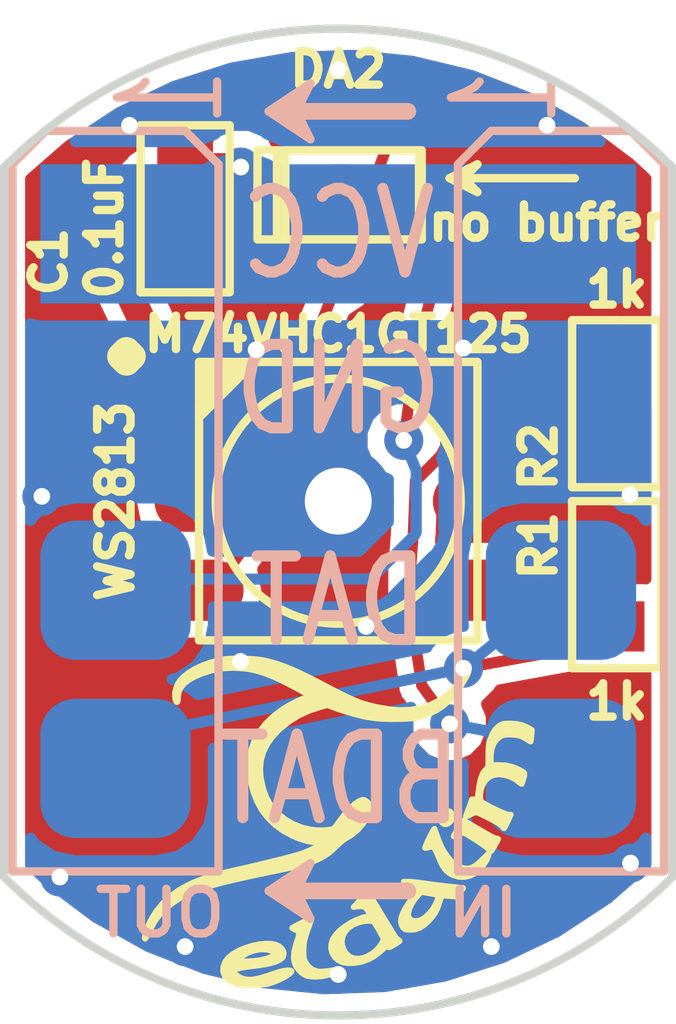
<source format=kicad_pcb>
(kicad_pcb (version 20171130) (host pcbnew "(5.0.0-rc2-dev-596-gcfd2f1d00)")

  (general
    (thickness 1.6)
    (drawings 37)
    (tracks 168)
    (zones 0)
    (modules 10)
    (nets 7)
  )

  (page A4)
  (layers
    (0 F.Cu signal)
    (31 B.Cu signal)
    (36 B.SilkS user)
    (37 F.SilkS user)
    (38 B.Mask user)
    (39 F.Mask user)
    (40 Dwgs.User user hide)
    (44 Edge.Cuts user)
  )

  (setup
    (last_trace_width 0.2)
    (trace_clearance 0.2)
    (zone_clearance 0.3)
    (zone_45_only yes)
    (trace_min 0.2)
    (segment_width 0.15)
    (edge_width 0.15)
    (via_size 0.7)
    (via_drill 0.3)
    (via_min_size 0.7)
    (via_min_drill 0.3)
    (uvia_size 0.7)
    (uvia_drill 0.3)
    (uvias_allowed no)
    (uvia_min_size 0.508)
    (uvia_min_drill 0.127)
    (pcb_text_width 0.3)
    (pcb_text_size 1.5 1.5)
    (mod_edge_width 0.15)
    (mod_text_size 1.5 1.5)
    (mod_text_width 0.15)
    (pad_size 2.5 2.7)
    (pad_drill 0)
    (pad_to_mask_clearance 0.2)
    (aux_axis_origin 100 50)
    (grid_origin 100 50)
    (visible_elements 7FFFFF7F)
    (pcbplotparams
      (layerselection 0x010f0_ffffffff)
      (usegerberextensions true)
      (usegerberattributes false)
      (usegerberadvancedattributes false)
      (creategerberjobfile false)
      (gerberprecision 5)
      (excludeedgelayer true)
      (linewidth 0.150000)
      (plotframeref false)
      (viasonmask false)
      (mode 1)
      (useauxorigin false)
      (hpglpennumber 1)
      (hpglpenspeed 20)
      (hpglpendiameter 15)
      (psnegative false)
      (psa4output false)
      (plotreference true)
      (plotvalue true)
      (plotinvisibletext false)
      (padsonsilk false)
      (subtractmaskfromsilk false)
      (outputformat 1)
      (mirror false)
      (drillshape 0)
      (scaleselection 1)
      (outputdirectory Gerber/))
  )

  (net 0 "")
  (net 1 GND)
  (net 2 +VCC)
  (net 3 /Din)
  (net 4 /BDin)
  (net 5 /Dout)
  (net 6 "Net-(DA2-Pad2)")

  (net_class Default "Это класс цепей по умолчанию."
    (clearance 0.2)
    (trace_width 0.2)
    (via_dia 0.7)
    (via_drill 0.3)
    (uvia_dia 0.7)
    (uvia_drill 0.3)
    (add_net /BDin)
    (add_net /Din)
    (add_net /Dout)
    (add_net "Net-(DA2-Pad2)")
  )

  (net_class wide ""
    (clearance 0.2)
    (trace_width 0.5)
    (via_dia 0.7)
    (via_drill 0.3)
    (uvia_dia 0.7)
    (uvia_drill 0.3)
    (add_net +VCC)
    (add_net GND)
  )

  (module Connectors:for_WS2813_AVX_00-9176 (layer B.Cu) (tedit 5BEDA2DE) (tstamp 5BEB070D)
    (at 104 50 270)
    (path /5BE997EB)
    (fp_text reference XP1 (at -0.25 3.25 270) (layer B.SilkS) hide
      (effects (font (size 0.6 0.6) (thickness 0.15)) (justify mirror))
    )
    (fp_text value IN (at 7.4 1.4 180) (layer B.SilkS)
      (effects (font (size 0.8 0.8) (thickness 0.15)) (justify mirror))
    )
    (fp_text user BDAT (at 4.75 2.75 90) (layer B.SilkS) hide
      (effects (font (size 1 0.8) (thickness 0.15)) (justify mirror))
    )
    (fp_text user 1 (at -7.25 1 270) (layer B.SilkS)
      (effects (font (size 1.8 1) (thickness 0.15)) (justify mirror))
    )
    (fp_line (start -6.65 -1.25) (end -6.65 1.25) (layer B.SilkS) (width 0.15))
    (fp_line (start -6.05 -1.85) (end -6.65 -1.25) (layer B.SilkS) (width 0.15))
    (fp_line (start -6.05 1.85) (end -6.65 1.25) (layer B.SilkS) (width 0.15))
    (fp_line (start 6.65 -1.85) (end 6.65 1.85) (layer B.SilkS) (width 0.15))
    (fp_line (start -6.05 1.85) (end 6.65 1.85) (layer B.SilkS) (width 0.15))
    (fp_line (start 6.65 -1.85) (end -6.05 -1.85) (layer B.SilkS) (width 0.15))
    (fp_text user VCC (at -4.75 2.75 90) (layer B.SilkS) hide
      (effects (font (size 1 0.8) (thickness 0.15)) (justify mirror))
    )
    (fp_text user GND (at -1.75 2.75 90) (layer B.SilkS) hide
      (effects (font (size 1 0.8) (thickness 0.15)) (justify mirror))
    )
    (fp_text user DAT (at 1.5 2.75 90) (layer B.SilkS) hide
      (effects (font (size 1 0.8) (thickness 0.15)) (justify mirror))
    )
    (pad 4 smd roundrect (at 4.8 0 270) (size 2.5 2.7) (layers B.Cu B.Paste B.Mask)(roundrect_rratio 0.25)
      (net 4 /BDin))
    (pad 3 smd roundrect (at 1.6 0 270) (size 2.5 2.7) (layers B.Cu B.Paste B.Mask)(roundrect_rratio 0.25)
      (net 3 /Din))
    (pad 2 smd roundrect (at -1.6 0 270) (size 2.5 2.7) (layers B.Cu B.Paste B.Mask)(roundrect_rratio 0.25)
      (net 1 GND))
    (pad 1 smd rect (at -4.8 0 270) (size 2.5 2.7) (layers B.Cu B.Paste B.Mask)
      (net 2 +VCC))
  )

  (module Connectors:for_WS2813_AVX_00-9176 (layer B.Cu) (tedit 5BEDA2DA) (tstamp 5BEB071F)
    (at 96 50 270)
    (path /5BE997E3)
    (fp_text reference XP2 (at 0 -2.5 270) (layer B.SilkS) hide
      (effects (font (size 0.6 0.6) (thickness 0.15)) (justify mirror))
    )
    (fp_text value OUT (at 7.4 -0.8 180) (layer B.SilkS)
      (effects (font (size 0.8 0.8) (thickness 0.15)) (justify mirror))
    )
    (fp_text user BDAT (at 4.75 2.75 90) (layer B.SilkS) hide
      (effects (font (size 1 0.8) (thickness 0.15)) (justify mirror))
    )
    (fp_text user 1 (at -7.25 -1 270) (layer B.SilkS)
      (effects (font (size 1.8 1) (thickness 0.15)) (justify mirror))
    )
    (fp_line (start -6.65 -1.25) (end -6.65 1.25) (layer B.SilkS) (width 0.15))
    (fp_line (start -6.05 -1.85) (end -6.65 -1.25) (layer B.SilkS) (width 0.15))
    (fp_line (start -6.05 1.85) (end -6.65 1.25) (layer B.SilkS) (width 0.15))
    (fp_line (start 6.65 -1.85) (end 6.65 1.85) (layer B.SilkS) (width 0.15))
    (fp_line (start -6.05 1.85) (end 6.65 1.85) (layer B.SilkS) (width 0.15))
    (fp_line (start 6.65 -1.85) (end -6.05 -1.85) (layer B.SilkS) (width 0.15))
    (fp_text user VCC (at -4.75 2.75 90) (layer B.SilkS) hide
      (effects (font (size 1 0.8) (thickness 0.15)) (justify mirror))
    )
    (fp_text user GND (at -1.75 2.75 90) (layer B.SilkS) hide
      (effects (font (size 1 0.8) (thickness 0.15)) (justify mirror))
    )
    (fp_text user DAT (at 1.5 2.75 90) (layer B.SilkS) hide
      (effects (font (size 1 0.8) (thickness 0.15)) (justify mirror))
    )
    (pad 4 smd roundrect (at 4.8 0 270) (size 2.5 2.7) (layers B.Cu B.Paste B.Mask)(roundrect_rratio 0.25)
      (net 3 /Din))
    (pad 3 smd roundrect (at 1.6 0 270) (size 2.5 2.7) (layers B.Cu B.Paste B.Mask)(roundrect_rratio 0.25)
      (net 5 /Dout))
    (pad 2 smd roundrect (at -1.6 0 270) (size 2.5 2.7) (layers B.Cu B.Paste B.Mask)(roundrect_rratio 0.25)
      (net 1 GND))
    (pad 1 smd rect (at -4.8 0 270) (size 2.5 2.7) (layers B.Cu B.Paste B.Mask)
      (net 2 +VCC))
  )

  (module LEDs:WS2813 (layer F.Cu) (tedit 5BED3858) (tstamp 5A0EBD82)
    (at 100 50 180)
    (path /5BE9980C)
    (attr smd)
    (fp_text reference HL1 (at 0 -1.5 180) (layer F.SilkS) hide
      (effects (font (size 0.6 0.6) (thickness 0.15)))
    )
    (fp_text value WS2813 (at 4 0 270) (layer F.SilkS)
      (effects (font (size 0.6 0.6) (thickness 0.15)))
    )
    (fp_line (start -2.5 -2.5) (end 2.5 -2.5) (layer F.SilkS) (width 0.14986))
    (fp_line (start -2.5 2.5) (end -2.5 -2.5) (layer F.SilkS) (width 0.15))
    (fp_line (start 2.5 2.5) (end -2.5 2.5) (layer F.SilkS) (width 0.15))
    (fp_line (start 2.5 -2.5) (end 2.5 2.5) (layer F.SilkS) (width 0.15))
    (fp_circle (center 0 0) (end 0 2.2) (layer F.SilkS) (width 0.15))
    (fp_line (start 2.5 1.6) (end 1.6 2.5) (layer F.SilkS) (width 0.15))
    (fp_line (start 1.7 2.5) (end 2.5 1.7) (layer F.SilkS) (width 0.15))
    (fp_line (start 2.5 1.9) (end 1.9 2.5) (layer F.SilkS) (width 0.15))
    (fp_line (start 2.1 2.5) (end 2.5 2.1) (layer F.SilkS) (width 0.15))
    (fp_line (start 2.5 2.3) (end 2.3 2.5) (layer F.SilkS) (width 0.15))
    (fp_line (start 1.5 2.5) (end 2.5 1.5) (layer F.SilkS) (width 0.15))
    (fp_text user . (at 3 2.6 270 unlocked) (layer F.SilkS)
      (effects (font (size 2 2) (thickness 0.5)))
    )
    (pad 3 smd oval (at 2.5 -1.6 180) (size 1.6 1.1) (layers F.Cu F.Paste F.Mask)
      (net 6 "Net-(DA2-Pad2)"))
    (pad 6 smd oval (at -2.5 1.6 180) (size 1.6 1.1) (layers F.Cu F.Paste F.Mask)
      (net 4 /BDin))
    (pad 4 smd oval (at -2.5 -1.6 180) (size 1.6 1.1) (layers F.Cu F.Paste F.Mask)
      (net 3 /Din))
    (pad 1 smd rect (at 2.5 1.6 180) (size 1.6 1.1) (layers F.Cu F.Paste F.Mask)
      (net 2 +VCC))
    (pad 2 smd oval (at 2.5 0 180) (size 1.6 1.1) (layers F.Cu F.Paste F.Mask)
      (net 2 +VCC))
    (pad 5 smd oval (at -2.5 0 180) (size 1.6 1.1) (layers F.Cu F.Paste F.Mask)
      (net 1 GND))
  )

  (module PCB_details:Hole_for_M2 (layer F.Cu) (tedit 5BED33AE) (tstamp 5A0EBD87)
    (at 100 50 270)
    (path /5BE9983F)
    (fp_text reference Hole1 (at 0 2.25 270) (layer F.SilkS) hide
      (effects (font (size 0.127 0.127) (thickness 0.02)))
    )
    (fp_text value HoleMetalled (at 0 -2.25 270) (layer F.SilkS) hide
      (effects (font (size 0.127 0.127) (thickness 0.02)))
    )
    (pad H thru_hole circle (at 0 0 270) (size 2 2) (drill 1.2) (layers *.Cu *.Mask)
      (net 1 GND) (zone_connect 2))
  )

  (module Capacitors:CAP0603 (layer F.Cu) (tedit 5BED3939) (tstamp 5BED5434)
    (at 97.25 44.75 270)
    (path /5BEAB9D8)
    (attr smd)
    (fp_text reference C1 (at 0.95 2.45 270) (layer F.SilkS)
      (effects (font (size 0.6 0.6) (thickness 0.15)))
    )
    (fp_text value 0.1uF (at 0.35 1.45 270) (layer F.SilkS)
      (effects (font (size 0.6 0.6) (thickness 0.15)))
    )
    (fp_line (start -1.5 -0.8) (end 1.5 -0.8) (layer F.SilkS) (width 0.15))
    (fp_line (start 1.5 -0.8) (end 1.5 0.8) (layer F.SilkS) (width 0.15))
    (fp_line (start 1.5 0.8) (end -1.5 0.8) (layer F.SilkS) (width 0.15))
    (fp_line (start -1.5 0.8) (end -1.5 -0.8) (layer F.SilkS) (width 0.15))
    (pad 1 smd rect (at -0.75 0 270) (size 0.9 1) (layers F.Cu F.Paste F.Mask)
      (net 2 +VCC))
    (pad 2 smd rect (at 0.75 0 270) (size 0.9 1) (layers F.Cu F.Paste F.Mask)
      (net 1 GND))
    (model 3d\c_0603.wrl
      (at (xyz 0 0 0))
      (scale (xyz 1 1 1))
      (rotate (xyz 0 0 0))
    )
  )

  (module SOT:SOT23-5 (layer F.Cu) (tedit 5BED3840) (tstamp 5BED5442)
    (at 100 44.5)
    (path /5BECA381)
    (attr smd)
    (fp_text reference DA2 (at 0 -2.25) (layer F.SilkS)
      (effects (font (size 0.6 0.6) (thickness 0.15)))
    )
    (fp_text value M74VHC1GT125 (at 0 2.5) (layer F.SilkS)
      (effects (font (size 0.6 0.6) (thickness 0.15)))
    )
    (fp_line (start -1.1 0.8) (end -1.1 -0.8) (layer F.SilkS) (width 0.15))
    (fp_line (start -1.45 0.8) (end -1.45 -0.8) (layer F.SilkS) (width 0.15))
    (fp_line (start -1.45 -0.8) (end 1.45 -0.8) (layer F.SilkS) (width 0.15))
    (fp_line (start 1.45 -0.8) (end 1.45 0.8) (layer F.SilkS) (width 0.15))
    (fp_line (start 1.45 0.8) (end -1.45 0.8) (layer F.SilkS) (width 0.15))
    (pad 1 smd rect (at -0.95 1.3) (size 0.635 1.1) (layers F.Cu F.Paste F.Mask)
      (net 1 GND))
    (pad 2 smd oval (at 0 1.3) (size 0.635 1.1) (layers F.Cu F.Paste F.Mask)
      (net 6 "Net-(DA2-Pad2)"))
    (pad 3 smd oval (at 0.95 1.3) (size 0.635 1.1) (layers F.Cu F.Paste F.Mask)
      (net 1 GND))
    (pad 4 smd oval (at 0.95 -1.3) (size 0.635 1.1) (layers F.Cu F.Paste F.Mask)
      (net 5 /Dout))
    (pad 5 smd oval (at -0.95 -1.3) (size 0.635 1.1) (layers F.Cu F.Paste F.Mask)
      (net 2 +VCC))
    (model 3d\sot23-5.wrl
      (at (xyz 0 0 0))
      (scale (xyz 1 1 1))
      (rotate (xyz 0 0 0))
    )
  )

  (module PCB_details:FuseSolder (layer F.Cu) (tedit 5BED387C) (tstamp 5BED5468)
    (at 100.25 44.5)
    (path /5BED2404)
    (attr virtual)
    (fp_text reference fus1 (at 0 0) (layer F.SilkS) hide
      (effects (font (size 0.6 0.6) (thickness 0.15)))
    )
    (fp_text value "no buffer" (at 3.5 0.5) (layer F.SilkS)
      (effects (font (size 0.6 0.6) (thickness 0.15)))
    )
    (fp_line (start -0.3 0) (end 0.3 0) (layer F.Mask) (width 1.1))
    (fp_line (start -0.3 0.2) (end -0.3 -0.15) (layer F.Cu) (width 0.1))
    (fp_line (start -0.3 -0.15) (end -0.15 0) (layer F.Cu) (width 0.1))
    (fp_line (start -0.15 0) (end -0.25 0.1) (layer F.Cu) (width 0.1))
    (fp_line (start -0.25 0.1) (end -0.25 0) (layer F.Cu) (width 0.1))
    (fp_line (start -0.15 0.45) (end -0.3 0.45) (layer F.Cu) (width 0.1))
    (fp_line (start -0.3 0.45) (end -0.3 0.35) (layer F.Cu) (width 0.1))
    (fp_line (start -0.3 0.35) (end -0.25 0.4) (layer F.Cu) (width 0.1))
    (fp_line (start 0.35 0.4) (end 0.25 0.25) (layer F.Cu) (width 0.1))
    (fp_line (start 0.25 0.25) (end 0.35 0.15) (layer F.Cu) (width 0.1))
    (fp_line (start 0.35 0.15) (end 0.35 0.3) (layer F.Cu) (width 0.1))
    (fp_line (start 0.35 -0.15) (end 0.25 -0.25) (layer F.Cu) (width 0.1))
    (fp_line (start 0.25 -0.25) (end 0.35 -0.35) (layer F.Cu) (width 0.1))
    (fp_line (start 0.35 -0.35) (end 0.35 -0.25) (layer F.Cu) (width 0.1))
    (fp_line (start -0.3 -0.45) (end -0.2 -0.45) (layer F.Cu) (width 0.1))
    (fp_line (start -0.2 -0.45) (end -0.3 -0.35) (layer F.Cu) (width 0.1))
    (fp_line (start -0.05 -0.5) (end -0.35 -0.5) (layer F.Cu) (width 0.1))
    (fp_line (start -0.35 -0.5) (end -0.35 0.5) (layer F.Cu) (width 0.1))
    (fp_line (start -0.35 0.5) (end -0.05 0.5) (layer F.Cu) (width 0.1))
    (fp_line (start 0.4 -0.5) (end 0.15 -0.25) (layer F.Cu) (width 0.1))
    (fp_line (start 0.15 -0.25) (end 0.4 0) (layer F.Cu) (width 0.1))
    (fp_line (start 0.4 0) (end 0.15 0.25) (layer F.Cu) (width 0.1))
    (fp_line (start 0.15 0.25) (end 0.4 0.5) (layer F.Cu) (width 0.1))
    (fp_line (start 0.4 0.5) (end 0.4 -0.5) (layer F.Cu) (width 0.1))
    (fp_line (start -0.05 0) (end -0.3 0.25) (layer F.Cu) (width 0.1))
    (fp_line (start -0.3 0.25) (end -0.05 0.5) (layer F.Cu) (width 0.1))
    (fp_line (start -0.05 0) (end -0.3 -0.25) (layer F.Cu) (width 0.1))
    (fp_line (start -0.3 -0.25) (end -0.05 -0.5) (layer F.Cu) (width 0.1))
    (fp_line (start -1.2 -0.8) (end 1.25 -0.8) (layer F.SilkS) (width 0.15))
    (fp_line (start 1.25 -0.8) (end 1.25 0.8) (layer F.SilkS) (width 0.15))
    (fp_line (start 1.25 0.8) (end -1.2 0.8) (layer F.SilkS) (width 0.15))
    (fp_line (start -1.2 0.8) (end -1.2 -0.8) (layer F.SilkS) (width 0.15))
    (pad 1 smd trapezoid (at -0.65 0 90) (size 0.85 0.6) (rect_delta 0 0.25 ) (layers F.Cu F.Paste F.Mask)
      (net 6 "Net-(DA2-Pad2)") (zone_connect 1))
    (pad 2 smd trapezoid (at 0.7 0 270) (size 0.85 0.6) (rect_delta 0 0.25 ) (layers F.Cu F.Paste F.Mask)
      (net 5 /Dout) (zone_connect 1))
  )

  (module Graphics:Eldalim_7x6 (layer F.Cu) (tedit 5B095884) (tstamp 5BED5476)
    (at 100 55.75)
    (path /5BEC6F21)
    (attr virtual)
    (fp_text reference Logo1 (at 0 0) (layer F.SilkS) hide
      (effects (font (size 1.524 1.524) (thickness 0.3)))
    )
    (fp_text value Eldalim (at 0.75 0) (layer F.SilkS) hide
      (effects (font (size 1.524 1.524) (thickness 0.3)))
    )
    (fp_poly (pts (xy -0.839903 2.700219) (xy -0.856614 2.722548) (xy -0.890872 2.750327) (xy -0.938962 2.781516)
      (xy -0.997168 2.814073) (xy -1.061774 2.845958) (xy -1.129064 2.87513) (xy -1.195322 2.899547)
      (xy -1.256832 2.917169) (xy -1.272779 2.920624) (xy -1.333662 2.929371) (xy -1.410405 2.935478)
      (xy -1.496399 2.938929) (xy -1.585036 2.939709) (xy -1.66971 2.937802) (xy -1.743811 2.933193)
      (xy -1.800733 2.925864) (xy -1.818105 2.921922) (xy -1.916137 2.885635) (xy -1.990053 2.837976)
      (xy -2.039998 2.778808) (xy -2.066116 2.707995) (xy -2.069162 2.686247) (xy -2.064236 2.603088)
      (xy -2.033499 2.52454) (xy -1.977582 2.451265) (xy -1.897117 2.383925) (xy -1.792736 2.32318)
      (xy -1.674712 2.273173) (xy -1.544993 2.232661) (xy -1.419017 2.206386) (xy -1.301415 2.194861)
      (xy -1.196821 2.198598) (xy -1.126632 2.212618) (xy -1.063733 2.240806) (xy -1.015987 2.281055)
      (xy -0.985877 2.32894) (xy -0.975892 2.380038) (xy -0.988518 2.429921) (xy -0.996831 2.443625)
      (xy -1.038245 2.481931) (xy -1.105837 2.516161) (xy -1.152516 2.531174) (xy -1.152516 2.3888)
      (xy -1.154734 2.362454) (xy -1.182578 2.336896) (xy -1.193132 2.330977) (xy -1.260853 2.30852)
      (xy -1.343934 2.300843) (xy -1.435838 2.307382) (xy -1.530028 2.327575) (xy -1.619967 2.360858)
      (xy -1.637229 2.369218) (xy -1.679796 2.393527) (xy -1.722457 2.42238) (xy -1.760446 2.451861)
      (xy -1.788999 2.478054) (xy -1.803351 2.497043) (xy -1.801639 2.504328) (xy -1.77113 2.510067)
      (xy -1.720414 2.512719) (xy -1.655811 2.512532) (xy -1.583644 2.509754) (xy -1.510233 2.504633)
      (xy -1.4419 2.497415) (xy -1.384965 2.48835) (xy -1.382817 2.487912) (xy -1.291075 2.465488)
      (xy -1.221541 2.441023) (xy -1.17507 2.415225) (xy -1.152516 2.3888) (xy -1.152516 2.531174)
      (xy -1.199349 2.546238) (xy -1.318521 2.572086) (xy -1.463096 2.593627) (xy -1.521099 2.60029)
      (xy -1.643685 2.615297) (xy -1.739936 2.631294) (xy -1.810241 2.64837) (xy -1.854986 2.66661)
      (xy -1.870226 2.678737) (xy -1.873678 2.701647) (xy -1.857188 2.731646) (xy -1.824829 2.764078)
      (xy -1.780676 2.794286) (xy -1.759598 2.805188) (xy -1.701956 2.827332) (xy -1.641382 2.8396)
      (xy -1.574393 2.841603) (xy -1.497506 2.832952) (xy -1.407235 2.813258) (xy -1.300098 2.782131)
      (xy -1.174453 2.739832) (xy -1.065355 2.704193) (xy -0.977999 2.682013) (xy -0.911143 2.673086)
      (xy -0.863545 2.677209) (xy -0.844457 2.685381) (xy -0.839903 2.700219)) (layer F.SilkS) (width 0.1))
    (fp_poly (pts (xy -0.015389 2.663477) (xy -0.024387 2.677313) (xy -0.025843 2.679091) (xy -0.069165 2.714558)
      (xy -0.132879 2.744616) (xy -0.211007 2.768263) (xy -0.29757 2.784499) (xy -0.386588 2.792321)
      (xy -0.472083 2.790729) (xy -0.548077 2.778722) (xy -0.574126 2.770902) (xy -0.619473 2.747856)
      (xy -0.669132 2.71187) (xy -0.695859 2.687625) (xy -0.751781 2.617269) (xy -0.786433 2.538142)
      (xy -0.800031 2.448257) (xy -0.792795 2.345629) (xy -0.764945 2.228273) (xy -0.751186 2.185737)
      (xy -0.726247 2.110581) (xy -0.711136 2.056038) (xy -0.706179 2.017731) (xy -0.711701 1.991281)
      (xy -0.728029 1.97231) (xy -0.755486 1.956441) (xy -0.768684 1.950412) (xy -0.803431 1.933302)
      (xy -0.825154 1.919257) (xy -0.828829 1.9144) (xy -0.81763 1.905754) (xy -0.787472 1.888467)
      (xy -0.743495 1.865085) (xy -0.690843 1.838156) (xy -0.634657 1.810225) (xy -0.580077 1.783838)
      (xy -0.532248 1.761542) (xy -0.496309 1.745882) (xy -0.477403 1.739406) (xy -0.475845 1.739604)
      (xy -0.478574 1.753324) (xy -0.489217 1.786691) (xy -0.506004 1.83443) (xy -0.523537 1.881726)
      (xy -0.559611 1.980346) (xy -0.585808 2.061409) (xy -0.603591 2.131572) (xy -0.614419 2.197493)
      (xy -0.619754 2.265829) (xy -0.621046 2.326105) (xy -0.620785 2.390646) (xy -0.618425 2.436049)
      (xy -0.612555 2.469907) (xy -0.601768 2.499809) (xy -0.584653 2.533347) (xy -0.581526 2.539029)
      (xy -0.528755 2.609803) (xy -0.460961 2.661816) (xy -0.382912 2.691616) (xy -0.366624 2.694586)
      (xy -0.320185 2.696827) (xy -0.25502 2.693615) (xy -0.178428 2.685632) (xy -0.097705 2.673561)
      (xy -0.053474 2.665282) (xy -0.02362 2.660199) (xy -0.015389 2.663477)) (layer F.SilkS) (width 0.1))
    (fp_poly (pts (xy 1.10268 2.152663) (xy 1.089108 2.163552) (xy 1.058256 2.184018) (xy 1.015974 2.210232)
      (xy 1.001275 2.219037) (xy 0.952133 2.24699) (xy 0.920625 2.261304) (xy 0.902393 2.263542)
      (xy 0.894291 2.257467) (xy 0.883851 2.235855) (xy 0.88252 2.229575) (xy 0.873695 2.233882)
      (xy 0.850225 2.253492) (xy 0.819918 2.281453) (xy 0.819918 2.116847) (xy 0.734143 1.960843)
      (xy 0.695261 1.893187) (xy 0.661816 1.84105) (xy 0.635903 1.807502) (xy 0.621632 1.795978)
      (xy 0.575244 1.788741) (xy 0.512538 1.789919) (xy 0.442311 1.798752) (xy 0.373358 1.814483)
      (xy 0.35996 1.81856) (xy 0.261871 1.860763) (xy 0.181984 1.91726) (xy 0.121735 1.985323)
      (xy 0.082561 2.062222) (xy 0.065897 2.145226) (xy 0.073179 2.231607) (xy 0.101413 2.310021)
      (xy 0.150636 2.382872) (xy 0.213504 2.433473) (xy 0.288111 2.46132) (xy 0.372549 2.465909)
      (xy 0.464911 2.44674) (xy 0.526514 2.42214) (xy 0.614533 2.370334) (xy 0.693827 2.303974)
      (xy 0.757321 2.229522) (xy 0.782404 2.188498) (xy 0.819918 2.116847) (xy 0.819918 2.281453)
      (xy 0.816332 2.284762) (xy 0.797338 2.303101) (xy 0.678958 2.402663) (xy 0.553566 2.476456)
      (xy 0.420994 2.524555) (xy 0.281077 2.547037) (xy 0.260684 2.548154) (xy 0.168786 2.548102)
      (xy 0.099358 2.539045) (xy 0.079801 2.533689) (xy -0.001456 2.49493) (xy -0.064383 2.439182)
      (xy -0.107389 2.370302) (xy -0.128887 2.292149) (xy -0.127288 2.208579) (xy -0.101002 2.12345)
      (xy -0.094588 2.110309) (xy -0.043382 2.034147) (xy 0.029456 1.958593) (xy 0.118946 1.886877)
      (xy 0.220113 1.822226) (xy 0.327979 1.767869) (xy 0.437565 1.727034) (xy 0.530187 1.705061)
      (xy 0.585796 1.695847) (xy 0.543556 1.623772) (xy 0.506826 1.570729) (xy 0.468256 1.53977)
      (xy 0.420521 1.527336) (xy 0.356294 1.529869) (xy 0.351449 1.530457) (xy 0.274806 1.540033)
      (xy 0.369448 1.4404) (xy 0.414872 1.389587) (xy 0.457381 1.336816) (xy 0.490474 1.290371)
      (xy 0.501324 1.272354) (xy 0.522705 1.236767) (xy 0.540117 1.214359) (xy 0.548243 1.209927)
      (xy 0.555494 1.225732) (xy 0.562387 1.258514) (xy 0.564563 1.274783) (xy 0.56954 1.29752)
      (xy 0.580892 1.327567) (xy 0.599982 1.367459) (xy 0.628177 1.419731) (xy 0.666843 1.486918)
      (xy 0.717345 1.571555) (xy 0.77898 1.6728) (xy 0.833055 1.761066) (xy 0.88394 1.844133)
      (xy 0.929577 1.918638) (xy 0.967907 1.98122) (xy 0.996871 2.028518) (xy 1.014409 2.05717)
      (xy 1.016653 2.060839) (xy 1.043045 2.096027) (xy 1.071266 2.122379) (xy 1.077605 2.126353)
      (xy 1.098531 2.141745) (xy 1.10268 2.152663)) (layer F.SilkS) (width 0.1))
    (fp_poly (pts (xy 2.339474 -2.685192) (xy 2.332279 -2.659803) (xy 2.312604 -2.617356) (xy 2.283315 -2.562686)
      (xy 2.247276 -2.500631) (xy 2.207354 -2.436025) (xy 2.166413 -2.373706) (xy 2.127319 -2.318509)
      (xy 2.105509 -2.290287) (xy 1.992517 -2.164438) (xy 1.874893 -2.062363) (xy 1.748133 -1.981101)
      (xy 1.607734 -1.917688) (xy 1.475497 -1.875925) (xy 1.424055 -1.863071) (xy 1.376455 -1.853476)
      (xy 1.326816 -1.846519) (xy 1.269259 -1.841579) (xy 1.197904 -1.838036) (xy 1.106873 -1.835267)
      (xy 1.085697 -1.83475) (xy 0.930335 -1.833355) (xy 0.794204 -1.837469) (xy 0.670269 -1.847606)
      (xy 0.551495 -1.86428) (xy 0.468981 -1.879844) (xy 0.376076 -1.901349) (xy 0.267666 -1.930153)
      (xy 0.153036 -1.963536) (xy 0.041469 -1.998779) (xy -0.05775 -2.033162) (xy -0.070195 -2.037777)
      (xy -0.195918 -2.084866) (xy -0.315196 -2.052176) (xy -0.52231 -1.983814) (xy -0.710938 -1.897003)
      (xy -0.88281 -1.790789) (xy -1.039653 -1.664222) (xy -1.067817 -1.637872) (xy -1.185775 -1.510792)
      (xy -1.277725 -1.379718) (xy -1.343925 -1.243561) (xy -1.384633 -1.101236) (xy -1.400104 -0.951654)
      (xy -1.390596 -0.793728) (xy -1.356367 -0.626373) (xy -1.328709 -0.534737) (xy -1.280192 -0.410625)
      (xy -1.221833 -0.304934) (xy -1.148699 -0.209805) (xy -1.081757 -0.141201) (xy -0.950618 -0.035418)
      (xy -0.805531 0.048808) (xy -0.649799 0.110072) (xy -0.486724 0.146967) (xy -0.381 0.157099)
      (xy -0.293647 0.158661) (xy -0.21624 0.155434) (xy -0.156976 0.147763) (xy -0.156491 0.147663)
      (xy -0.079035 0.131544) (xy 0.036293 -0.024465) (xy 0.126822 -0.14014) (xy 0.211544 -0.234679)
      (xy 0.289541 -0.307285) (xy 0.359898 -0.357158) (xy 0.421697 -0.383501) (xy 0.4534 -0.387685)
      (xy 0.481012 -0.378507) (xy 0.515131 -0.355231) (xy 0.529389 -0.342232) (xy 0.560333 -0.30255)
      (xy 0.57408 -0.259452) (xy 0.570606 -0.208253) (xy 0.549887 -0.144267) (xy 0.528157 -0.095673)
      (xy 0.451073 0.036603) (xy 0.356066 0.150018) (xy 0.244402 0.243248) (xy 0.150132 0.299307)
      (xy 0.105606 0.327565) (xy 0.049883 0.371769) (xy -0.011272 0.4272) (xy -0.037026 0.452528)
      (xy -0.140594 0.547459) (xy -0.245542 0.622728) (xy -0.360693 0.683935) (xy -0.472346 0.728789)
      (xy -0.529426 0.748653) (xy -0.584762 0.766543) (xy -0.642165 0.783407) (xy -0.705444 0.800194)
      (xy -0.778412 0.817852) (xy -0.864879 0.837329) (xy -0.968655 0.859574) (xy -1.093551 0.885535)
      (xy -1.143 0.895683) (xy -1.382253 0.945233) (xy -1.596965 0.990997) (xy -1.788978 1.033504)
      (xy -1.960137 1.073285) (xy -2.112287 1.11087) (xy -2.247271 1.146788) (xy -2.366933 1.181568)
      (xy -2.473117 1.215742) (xy -2.567669 1.249837) (xy -2.652431 1.284385) (xy -2.729248 1.319915)
      (xy -2.799964 1.356956) (xy -2.850212 1.386112) (xy -2.992347 1.480208) (xy -3.111466 1.577839)
      (xy -3.211287 1.682909) (xy -3.295527 1.799324) (xy -3.36676 1.928613) (xy -3.395362 1.986323)
      (xy -3.421851 2.037199) (xy -3.442945 2.075086) (xy -3.453926 2.092158) (xy -3.469378 2.109952)
      (xy -3.474619 2.104666) (xy -3.475364 2.084473) (xy -3.470291 2.0484) (xy -3.456051 1.995296)
      (xy -3.435044 1.932235) (xy -3.409672 1.866291) (xy -3.382335 1.804537) (xy -3.375871 1.791368)
      (xy -3.279212 1.628414) (xy -3.160687 1.480678) (xy -3.020641 1.348494) (xy -2.859418 1.232196)
      (xy -2.71379 1.149995) (xy -2.607681 1.100102) (xy -2.493344 1.053715) (xy -2.367396 1.009773)
      (xy -2.226455 0.967212) (xy -2.067137 0.92497) (xy -1.88606 0.881986) (xy -1.798053 0.86244)
      (xy -1.670479 0.834084) (xy -1.536588 0.803365) (xy -1.399886 0.771161) (xy -1.263882 0.738351)
      (xy -1.132082 0.705813) (xy -1.007994 0.674427) (xy -0.895126 0.645071) (xy -0.796984 0.618624)
      (xy -0.717076 0.595965) (xy -0.65891 0.577972) (xy -0.648368 0.574374) (xy -0.540079 0.532419)
      (xy -0.445363 0.487834) (xy -0.369454 0.4432) (xy -0.342003 0.423133) (xy -0.303005 0.391985)
      (xy -0.40216 0.38342) (xy -0.55856 0.357338) (xy -0.721347 0.305644) (xy -0.823797 0.261478)
      (xy -0.993326 0.168677) (xy -1.141522 0.060357) (xy -1.268825 -0.064076) (xy -1.375673 -0.205218)
      (xy -1.462506 -0.363661) (xy -1.529763 -0.540002) (xy -1.577883 -0.734833) (xy -1.583721 -0.767094)
      (xy -1.602446 -0.94801) (xy -1.595386 -1.122523) (xy -1.562887 -1.289889) (xy -1.505295 -1.449362)
      (xy -1.422955 -1.600201) (xy -1.316214 -1.74166) (xy -1.185416 -1.872997) (xy -1.030908 -1.993467)
      (xy -1.005502 -2.010692) (xy -0.886562 -2.083655) (xy -0.761708 -2.149151) (xy -0.640361 -2.20246)
      (xy -0.577207 -2.225309) (xy -0.548453 -2.234641) (xy -0.529554 -2.24243) (xy -0.522535 -2.250907)
      (xy -0.529421 -2.262303) (xy -0.552235 -2.278848) (xy -0.593003 -2.302773) (xy -0.653747 -2.336307)
      (xy -0.701842 -2.362635) (xy -0.872177 -2.453823) (xy -1.024215 -2.530218) (xy -1.161075 -2.593033)
      (xy -1.285874 -2.643484) (xy -1.401732 -2.682785) (xy -1.511767 -2.71215) (xy -1.619096 -2.732793)
      (xy -1.670702 -2.739978) (xy -1.881277 -2.754056) (xy -2.083116 -2.743195) (xy -2.277714 -2.707158)
      (xy -2.466568 -2.645705) (xy -2.580105 -2.595385) (xy -2.686762 -2.535247) (xy -2.768276 -2.470563)
      (xy -2.826116 -2.399404) (xy -2.861749 -2.319839) (xy -2.87664 -2.229939) (xy -2.877296 -2.20438)
      (xy -2.880473 -2.159637) (xy -2.890149 -2.140046) (xy -2.894375 -2.138948) (xy -2.908798 -2.14393)
      (xy -2.919467 -2.162223) (xy -2.92847 -2.198851) (xy -2.934523 -2.235583) (xy -2.93452 -2.308054)
      (xy -2.916663 -2.388423) (xy -2.883623 -2.467452) (xy -2.853356 -2.516388) (xy -2.783596 -2.593732)
      (xy -2.690515 -2.667607) (xy -2.577476 -2.736296) (xy -2.447837 -2.79808) (xy -2.304958 -2.851242)
      (xy -2.1522 -2.894063) (xy -2.086702 -2.908391) (xy -2.014611 -2.918408) (xy -1.922476 -2.924492)
      (xy -1.816677 -2.926806) (xy -1.703591 -2.925512) (xy -1.589596 -2.920772) (xy -1.481072 -2.912749)
      (xy -1.384395 -2.901605) (xy -1.311058 -2.888659) (xy -1.199829 -2.86112) (xy -1.086632 -2.827024)
      (xy -0.968332 -2.785074) (xy -0.841792 -2.733969) (xy -0.703878 -2.672414) (xy -0.551452 -2.599108)
      (xy -0.38138 -2.512755) (xy -0.298921 -2.469644) (xy -0.153219 -2.393218) (xy -0.027861 -2.328389)
      (xy 0.080238 -2.273866) (xy 0.17416 -2.228358) (xy 0.256989 -2.190576) (xy 0.331807 -2.159227)
      (xy 0.401697 -2.133023) (xy 0.469742 -2.110671) (xy 0.539026 -2.090881) (xy 0.612632 -2.072363)
      (xy 0.693642 -2.053825) (xy 0.695158 -2.05349) (xy 0.911766 -2.015295) (xy 1.114601 -1.999822)
      (xy 1.304374 -2.007317) (xy 1.481798 -2.038027) (xy 1.647584 -2.0922) (xy 1.802442 -2.170084)
      (xy 1.947084 -2.271925) (xy 2.082222 -2.397971) (xy 2.208567 -2.548469) (xy 2.238998 -2.590132)
      (xy 2.28105 -2.647456) (xy 2.310665 -2.683222) (xy 2.329237 -2.698751) (xy 2.338165 -2.695365)
      (xy 2.339474 -2.685192)) (layer F.SilkS) (width 0.1))
    (fp_poly (pts (xy 2.245111 1.197979) (xy 2.239288 1.209519) (xy 2.218557 1.234894) (xy 2.187039 1.269158)
      (xy 2.178269 1.278215) (xy 2.105526 1.352611) (xy 1.992472 1.343805) (xy 1.939497 1.33951)
      (xy 1.896779 1.335733) (xy 1.871315 1.333104) (xy 1.867803 1.332578) (xy 1.859158 1.343385)
      (xy 1.845864 1.374339) (xy 1.830216 1.419769) (xy 1.823045 1.443328) (xy 1.802125 1.50557)
      (xy 1.802125 1.333442) (xy 1.799989 1.327638) (xy 1.784581 1.322624) (xy 1.748338 1.314605)
      (xy 1.696834 1.304728) (xy 1.641577 1.295117) (xy 1.490579 1.27001) (xy 1.42172 1.342731)
      (xy 1.366791 1.4091) (xy 1.321191 1.480507) (xy 1.286613 1.552414) (xy 1.264752 1.620284)
      (xy 1.257303 1.679582) (xy 1.26596 1.725769) (xy 1.273767 1.738865) (xy 1.31751 1.774737)
      (xy 1.374674 1.78969) (xy 1.441491 1.783284) (xy 1.494845 1.764578) (xy 1.551045 1.729718)
      (xy 1.611157 1.676886) (xy 1.668758 1.612768) (xy 1.717424 1.544049) (xy 1.732942 1.516783)
      (xy 1.761833 1.457688) (xy 1.784229 1.403948) (xy 1.798277 1.360791) (xy 1.802125 1.333442)
      (xy 1.802125 1.50557) (xy 1.78931 1.543698) (xy 1.750283 1.626717) (xy 1.700677 1.701772)
      (xy 1.635203 1.778249) (xy 1.633088 1.780504) (xy 1.547563 1.859929) (xy 1.463373 1.913977)
      (xy 1.378346 1.943773) (xy 1.304628 1.950884) (xy 1.255639 1.948099) (xy 1.213803 1.941844)
      (xy 1.193834 1.935787) (xy 1.163507 1.908877) (xy 1.138773 1.865204) (xy 1.124579 1.814736)
      (xy 1.122947 1.792995) (xy 1.132716 1.727631) (xy 1.160494 1.649257) (xy 1.203992 1.562266)
      (xy 1.260919 1.471047) (xy 1.328983 1.379992) (xy 1.353945 1.35021) (xy 1.428935 1.263315)
      (xy 1.372862 1.246107) (xy 1.30675 1.234875) (xy 1.247558 1.246055) (xy 1.189545 1.28114)
      (xy 1.168537 1.29927) (xy 1.134659 1.328744) (xy 1.116245 1.339272) (xy 1.112625 1.329694)
      (xy 1.123133 1.298847) (xy 1.142869 1.254617) (xy 1.161643 1.205571) (xy 1.173776 1.157153)
      (xy 1.17629 1.132973) (xy 1.176421 1.082842) (xy 1.267545 1.082842) (xy 1.313493 1.084989)
      (xy 1.378449 1.090897) (xy 1.455074 1.099762) (xy 1.536031 1.110783) (xy 1.569746 1.115891)
      (xy 1.662182 1.129382) (xy 1.769621 1.143512) (xy 1.880409 1.156833) (xy 1.982894 1.1679)
      (xy 2.010017 1.170539) (xy 2.085321 1.177928) (xy 2.150917 1.18492) (xy 2.20236 1.190995)
      (xy 2.235202 1.195636) (xy 2.245111 1.197979)) (layer F.SilkS) (width 0.1))
    (fp_poly (pts (xy 2.704928 0.568158) (xy 2.696872 0.618038) (xy 2.680923 0.666438) (xy 2.649058 0.725767)
      (xy 2.605516 0.789386) (xy 2.554536 0.850656) (xy 2.535897 0.87014) (xy 2.452384 0.937071)
      (xy 2.359855 0.981293) (xy 2.262169 1.002084) (xy 2.163183 0.998722) (xy 2.066758 0.970485)
      (xy 2.047571 0.961516) (xy 1.988841 0.927474) (xy 1.939777 0.887074) (xy 1.897161 0.836011)
      (xy 1.857771 0.769979) (xy 1.818387 0.684672) (xy 1.792791 0.620811) (xy 1.760407 0.546097)
      (xy 1.729272 0.49233) (xy 1.70069 0.461467) (xy 1.682109 0.454526) (xy 1.660718 0.458132)
      (xy 1.625814 0.467087) (xy 1.615702 0.470036) (xy 1.581672 0.478292) (xy 1.559966 0.479956)
      (xy 1.557261 0.478875) (xy 1.560385 0.465142) (xy 1.573441 0.431777) (xy 1.594569 0.383144)
      (xy 1.621911 0.323607) (xy 1.636467 0.292917) (xy 1.669423 0.226321) (xy 1.696689 0.175632)
      (xy 1.716757 0.143427) (xy 1.728117 0.132282) (xy 1.729705 0.133684) (xy 1.737151 0.15428)
      (xy 1.751282 0.193616) (xy 1.769789 0.245254) (xy 1.782946 0.282016) (xy 1.817533 0.374231)
      (xy 1.849734 0.448777) (xy 1.883597 0.513939) (xy 1.923166 0.578) (xy 1.939033 0.601579)
      (xy 2.017788 0.700684) (xy 2.100853 0.774485) (xy 2.187627 0.82258) (xy 2.277504 0.84457)
      (xy 2.307865 0.84603) (xy 2.362288 0.840287) (xy 2.415813 0.82148) (xy 2.472436 0.787235)
      (xy 2.53615 0.735183) (xy 2.603365 0.670641) (xy 2.704928 0.568158)) (layer F.SilkS) (width 0.1))
    (fp_poly (pts (xy 2.87421 0.317779) (xy 2.867615 0.334567) (xy 2.850422 0.367283) (xy 2.82652 0.409382)
      (xy 2.799801 0.454321) (xy 2.774154 0.495555) (xy 2.753469 0.52654) (xy 2.741701 0.540695)
      (xy 2.728557 0.536237) (xy 2.72012 0.520255) (xy 2.706064 0.503633) (xy 2.672796 0.475772)
      (xy 2.624006 0.439232) (xy 2.563381 0.396576) (xy 2.49461 0.350365) (xy 2.421383 0.30316)
      (xy 2.347386 0.257521) (xy 2.308885 0.234708) (xy 2.25088 0.209037) (xy 2.199245 0.206402)
      (xy 2.147024 0.227287) (xy 2.116669 0.248107) (xy 2.089657 0.265902) (xy 2.073828 0.270898)
      (xy 2.072105 0.268465) (xy 2.078926 0.251493) (xy 2.09703 0.218584) (xy 2.122884 0.176057)
      (xy 2.130455 0.16418) (xy 2.161565 0.114714) (xy 2.189706 0.068008) (xy 2.209362 0.033246)
      (xy 2.211008 0.030079) (xy 2.229168 0.001495) (xy 2.245292 -0.012943) (xy 2.247507 -0.013369)
      (xy 2.262609 -0.006806) (xy 2.297248 0.011609) (xy 2.348041 0.039969) (xy 2.4116 0.076367)
      (xy 2.48454 0.118895) (xy 2.532228 0.147052) (xy 2.623317 0.200162) (xy 2.701718 0.244003)
      (xy 2.76504 0.277322) (xy 2.81089 0.298867) (xy 2.83688 0.307385) (xy 2.838432 0.307473)
      (xy 2.864676 0.310793) (xy 2.87421 0.317779)) (layer F.SilkS) (width 0.1))
    (fp_poly (pts (xy 3.479437 -1.641052) (xy 3.470909 -1.540173) (xy 3.466122 -1.49116) (xy 3.461244 -1.453604)
      (xy 3.457209 -1.434498) (xy 3.456657 -1.433569) (xy 3.443515 -1.437321) (xy 3.415616 -1.453006)
      (xy 3.389981 -1.469779) (xy 3.32209 -1.510798) (xy 3.255589 -1.537038) (xy 3.181251 -1.551192)
      (xy 3.094789 -1.555899) (xy 3.033499 -1.555715) (xy 2.990455 -1.55231) (xy 2.957221 -1.544185)
      (xy 2.925362 -1.529842) (xy 2.914316 -1.523825) (xy 2.845984 -1.470654) (xy 2.794055 -1.397409)
      (xy 2.759258 -1.305676) (xy 2.74232 -1.197042) (xy 2.740709 -1.145684) (xy 2.741274 -1.083688)
      (xy 2.74572 -1.043843) (xy 2.758666 -1.021573) (xy 2.784732 -1.012302) (xy 2.828537 -1.011455)
      (xy 2.87414 -1.013515) (xy 3.00923 -1.007175) (xy 3.141427 -0.974791) (xy 3.248189 -0.928874)
      (xy 3.299255 -0.902147) (xy 3.330093 -0.881549) (xy 3.344015 -0.860533) (xy 3.344334 -0.83255)
      (xy 3.334361 -0.791051) (xy 3.328489 -0.770115) (xy 3.314812 -0.723785) (xy 3.303104 -0.688404)
      (xy 3.295748 -0.671137) (xy 3.295432 -0.670766) (xy 3.282443 -0.674684) (xy 3.257947 -0.692917)
      (xy 3.244984 -0.704602) (xy 3.174914 -0.756594) (xy 3.08792 -0.799114) (xy 2.993133 -0.828691)
      (xy 2.899684 -0.841852) (xy 2.883023 -0.842211) (xy 2.791255 -0.830632) (xy 2.712897 -0.795936)
      (xy 2.648036 -0.738189) (xy 2.596757 -0.657454) (xy 2.578625 -0.614948) (xy 2.561367 -0.553042)
      (xy 2.55244 -0.486332) (xy 2.552259 -0.423669) (xy 2.561238 -0.3739) (xy 2.566748 -0.360927)
      (xy 2.584456 -0.34464) (xy 2.622043 -0.320394) (xy 2.674714 -0.290528) (xy 2.737674 -0.25738)
      (xy 2.806129 -0.22329) (xy 2.875283 -0.190595) (xy 2.94034 -0.161634) (xy 2.996507 -0.138747)
      (xy 3.038988 -0.12427) (xy 3.060095 -0.120316) (xy 3.099746 -0.120316) (xy 3.045993 -0.003342)
      (xy 3.021689 0.048328) (xy 3.000626 0.090899) (xy 2.985813 0.118393) (xy 2.981374 0.124972)
      (xy 2.968917 0.1226) (xy 2.953446 0.101435) (xy 2.952438 0.099429) (xy 2.93901 0.081785)
      (xy 2.912914 0.06047) (xy 2.871313 0.033672) (xy 2.811366 -0.000424) (xy 2.730234 -0.043631)
      (xy 2.720474 -0.048716) (xy 2.649894 -0.084639) (xy 2.585845 -0.115759) (xy 2.532722 -0.140058)
      (xy 2.494921 -0.155515) (xy 2.477857 -0.1602) (xy 2.45129 -0.154268) (xy 2.410974 -0.138611)
      (xy 2.372324 -0.120016) (xy 2.332384 -0.100082) (xy 2.302858 -0.087363) (xy 2.290522 -0.084601)
      (xy 2.293153 -0.09824) (xy 2.304137 -0.131313) (xy 2.32162 -0.178541) (xy 2.339239 -0.22346)
      (xy 2.361356 -0.280677) (xy 2.37905 -0.330429) (xy 2.390185 -0.366463) (xy 2.392947 -0.380749)
      (xy 2.403169 -0.396941) (xy 2.433221 -0.396254) (xy 2.473907 -0.382284) (xy 2.482929 -0.382203)
      (xy 2.490549 -0.392965) (xy 2.497737 -0.418267) (xy 2.505462 -0.461811) (xy 2.514696 -0.527294)
      (xy 2.517453 -0.548286) (xy 2.534429 -0.660552) (xy 2.553704 -0.749991) (xy 2.57657 -0.820496)
      (xy 2.604321 -0.875956) (xy 2.638249 -0.920264) (xy 2.642554 -0.924768) (xy 2.691745 -0.975144)
      (xy 2.693337 -1.172704) (xy 2.694624 -1.256115) (xy 2.697427 -1.319333) (xy 2.702472 -1.36889)
      (xy 2.710481 -1.411317) (xy 2.72218 -1.453147) (xy 2.725623 -1.463842) (xy 2.768623 -1.57006)
      (xy 2.820074 -1.651639) (xy 2.880601 -1.70951) (xy 2.899259 -1.72159) (xy 2.931564 -1.738991)
      (xy 2.961619 -1.749779) (xy 2.997427 -1.755495) (xy 3.046991 -1.757679) (xy 3.088105 -1.757934)
      (xy 3.196984 -1.751867) (xy 3.291253 -1.732085) (xy 3.380528 -1.696178) (xy 3.420797 -1.674597)
      (xy 3.479437 -1.641052)) (layer F.SilkS) (width 0.1))
    (fp_poly (pts (xy 2.045368 -0.081472) (xy 2.036113 -0.032116) (xy 2.01183 0.008883) (xy 1.977743 0.038464)
      (xy 1.939077 0.053569) (xy 1.901058 0.051139) (xy 1.868909 0.028113) (xy 1.865653 0.023762)
      (xy 1.845227 -0.02638) (xy 1.85008 -0.079054) (xy 1.879595 -0.13013) (xy 1.890295 -0.141706)
      (xy 1.936913 -0.176346) (xy 1.979304 -0.186109) (xy 2.013892 -0.172384) (xy 2.037103 -0.136558)
      (xy 2.045368 -0.081472)) (layer F.SilkS) (width 0.1))
    (fp_circle (center 0.2 0) (end 0.3 0) (layer F.SilkS) (width 0.15))
  )

  (module Resistors:RES0603 (layer F.Cu) (tedit 5BED391B) (tstamp 5BED5481)
    (at 105 51.5 90)
    (path /5BEAC67B)
    (attr smd)
    (fp_text reference R1 (at 0.7 -1.4 90) (layer F.SilkS)
      (effects (font (size 0.6 0.6) (thickness 0.15)))
    )
    (fp_text value 1k (at -2.1 0 180) (layer F.SilkS)
      (effects (font (size 0.6 0.6) (thickness 0.15)))
    )
    (fp_line (start -1.5 0.8) (end -1.5 0) (layer F.SilkS) (width 0.15))
    (fp_line (start 1.5 0.8) (end -1.5 0.8) (layer F.SilkS) (width 0.15))
    (fp_line (start 1.5 -0.8) (end 1.5 0.8) (layer F.SilkS) (width 0.15))
    (fp_line (start -1.5 -0.8) (end 1.5 -0.8) (layer F.SilkS) (width 0.15))
    (fp_line (start -1.5 0) (end -1.5 -0.8) (layer F.SilkS) (width 0.15))
    (pad 2 smd rect (at 0.75 0 90) (size 0.9 1) (layers F.Cu F.Paste F.Mask)
      (net 1 GND))
    (pad 1 smd rect (at -0.75 0 90) (size 0.9 1) (layers F.Cu F.Paste F.Mask)
      (net 3 /Din))
    (model 3d\r_0603.wrl
      (at (xyz 0 0 0))
      (scale (xyz 1 1 1))
      (rotate (xyz 0 0 0))
    )
  )

  (module Resistors:RES0603 (layer F.Cu) (tedit 5BED3917) (tstamp 5BED548C)
    (at 105 48.25 270)
    (path /5BEAC536)
    (attr smd)
    (fp_text reference R2 (at 0.95 1.4 270) (layer F.SilkS)
      (effects (font (size 0.6 0.6) (thickness 0.15)))
    )
    (fp_text value 1k (at -2.05 0 180) (layer F.SilkS)
      (effects (font (size 0.6 0.6) (thickness 0.15)))
    )
    (fp_line (start -1.5 0) (end -1.5 -0.8) (layer F.SilkS) (width 0.15))
    (fp_line (start -1.5 -0.8) (end 1.5 -0.8) (layer F.SilkS) (width 0.15))
    (fp_line (start 1.5 -0.8) (end 1.5 0.8) (layer F.SilkS) (width 0.15))
    (fp_line (start 1.5 0.8) (end -1.5 0.8) (layer F.SilkS) (width 0.15))
    (fp_line (start -1.5 0.8) (end -1.5 0) (layer F.SilkS) (width 0.15))
    (pad 1 smd rect (at -0.75 0 270) (size 0.9 1) (layers F.Cu F.Paste F.Mask)
      (net 4 /BDin))
    (pad 2 smd rect (at 0.75 0 270) (size 0.9 1) (layers F.Cu F.Paste F.Mask)
      (net 1 GND))
    (model 3d\r_0603.wrl
      (at (xyz 0 0 0))
      (scale (xyz 1 1 1))
      (rotate (xyz 0 0 0))
    )
  )

  (gr_text VCC (at 100 45.2) (layer B.SilkS) (tstamp 5BED9C82)
    (effects (font (size 1.5 1.2) (thickness 0.2)) (justify mirror))
  )
  (gr_text GND (at 100 48) (layer B.SilkS) (tstamp 5BED9C81)
    (effects (font (size 1.5 1.2) (thickness 0.2)) (justify mirror))
  )
  (gr_text DAT (at 100 51.8) (layer B.SilkS) (tstamp 5BED9C80)
    (effects (font (size 1.5 1.2) (thickness 0.2)) (justify mirror))
  )
  (gr_text BDAT (at 100 55) (layer B.SilkS)
    (effects (font (size 1.5 1.2) (thickness 0.2)) (justify mirror))
  )
  (gr_line (start 102.5 43.95) (end 102.25 44.2) (angle 90) (layer F.SilkS) (width 0.15))
  (gr_line (start 102 44.2) (end 102.5 43.95) (angle 90) (layer F.SilkS) (width 0.15))
  (gr_line (start 102.5 44.45) (end 102.25 44.2) (angle 90) (layer F.SilkS) (width 0.15))
  (gr_line (start 102 44.2) (end 102.5 44.45) (angle 90) (layer F.SilkS) (width 0.15))
  (gr_line (start 102 44.2) (end 104.25 44.2) (angle 90) (layer F.SilkS) (width 0.15))
  (gr_line (start 101.25 57) (end 99 57) (angle 90) (layer B.SilkS) (width 0.3) (tstamp 5BED2BBF))
  (gr_line (start 98.75 57) (end 99.5 56.5) (angle 90) (layer B.SilkS) (width 0.15) (tstamp 5BED2BBE))
  (gr_line (start 99.5 56.5) (end 99.25 57) (angle 90) (layer B.SilkS) (width 0.15) (tstamp 5BED2BBD))
  (gr_line (start 98.75 57) (end 99.5 57.5) (angle 90) (layer B.SilkS) (width 0.15) (tstamp 5BED2BBC))
  (gr_line (start 99.5 57.5) (end 99.25 57) (angle 90) (layer B.SilkS) (width 0.15) (tstamp 5BED2BBB))
  (gr_line (start 99.25 56.75) (end 99 57) (angle 90) (layer B.SilkS) (width 0.15) (tstamp 5BED2BBA))
  (gr_line (start 99 57) (end 99.25 57.25) (angle 90) (layer B.SilkS) (width 0.15) (tstamp 5BED2BB9))
  (gr_line (start 99 43) (end 99.25 43.25) (angle 90) (layer B.SilkS) (width 0.15))
  (gr_line (start 99.25 42.75) (end 99 43) (angle 90) (layer B.SilkS) (width 0.15))
  (gr_line (start 99.5 43.5) (end 99.25 43) (angle 90) (layer B.SilkS) (width 0.15))
  (gr_line (start 98.75 43) (end 99.5 43.5) (angle 90) (layer B.SilkS) (width 0.15))
  (gr_line (start 99.5 42.5) (end 99.25 43) (angle 90) (layer B.SilkS) (width 0.15))
  (gr_line (start 98.75 43) (end 99.5 42.5) (angle 90) (layer B.SilkS) (width 0.15))
  (gr_line (start 101.25 43) (end 99 43) (angle 90) (layer B.SilkS) (width 0.3))
  (gr_arc (start 100 50.75) (end 106 56.75) (angle 90) (layer Edge.Cuts) (width 0.15))
  (gr_arc (start 100 50) (end 94 44) (angle 90) (layer Edge.Cuts) (width 0.15))
  (gr_line (start 94 56.75) (end 94 44) (angle 90) (layer Edge.Cuts) (width 0.15))
  (gr_line (start 106 56.75) (end 106 44) (angle 90) (layer Edge.Cuts) (width 0.15))
  (gr_line (start 141 57.5) (end 143 57.5) (angle 90) (layer Dwgs.User) (width 0.15))
  (gr_line (start 141.25 57.25) (end 141 57.5) (angle 90) (layer Dwgs.User) (width 0.15))
  (gr_line (start 141.25 57.75) (end 141.25 57.25) (angle 90) (layer Dwgs.User) (width 0.15))
  (gr_line (start 141 57.5) (end 141.25 57.75) (angle 90) (layer Dwgs.User) (width 0.15))
  (gr_circle (center 140.5 57.5) (end 140.75 57.5) (layer Dwgs.User) (width 0.15))
  (gr_line (start 181 59) (end 183.5 59) (angle 90) (layer Dwgs.User) (width 0.15) (tstamp 597900FF))
  (gr_line (start 183.5 56) (end 181 56) (angle 90) (layer Dwgs.User) (width 0.15) (tstamp 59790108))
  (gr_line (start 183.5 50) (end 183.5 65) (angle 90) (layer Dwgs.User) (width 0.15))
  (gr_text 0x0 (at 142.25 57) (layer Dwgs.User)
    (effects (font (size 0.6 0.6) (thickness 0.1)))
  )
  (gr_line (start 97.5 50) (end 97.5 65) (angle 90) (layer Dwgs.User) (width 0.15))

  (segment (start 97.25 58) (end 100 58.5) (width 0.5) (layer F.Cu) (net 1))
  (segment (start 105.24 49.8869) (end 105.24 49.45) (width 0.5) (layer F.Cu) (net 1))
  (segment (start 105.24 49.45) (end 105.24 49.2) (width 0.5) (layer F.Cu) (net 1))
  (segment (start 105.24 49.2) (end 105 49) (width 0.5) (layer F.Cu) (net 1))
  (segment (start 105.24 49.8869) (end 105.24 50.3) (width 0.5) (layer F.Cu) (net 1))
  (segment (start 105.24 50.3) (end 105.24 50.55) (width 0.5) (layer F.Cu) (net 1))
  (segment (start 105.24 50.55) (end 105 50.75) (width 0.5) (layer F.Cu) (net 1))
  (segment (start 99.05 45.8) (end 98.9825 45.65) (width 0.5) (layer F.Cu) (net 1))
  (segment (start 98.9825 45.65) (end 98.7325 45.65) (width 0.5) (layer F.Cu) (net 1))
  (segment (start 98.7325 45.65) (end 97.75 45.65) (width 0.5) (layer F.Cu) (net 1))
  (segment (start 97.75 45.65) (end 97.5 45.65) (width 0.5) (layer F.Cu) (net 1))
  (segment (start 97.5 45.65) (end 97.25 45.5) (width 0.5) (layer F.Cu) (net 1))
  (segment (start 98.5251 47.2799) (end 97.5 46.0536) (width 0.5) (layer F.Cu) (net 1))
  (segment (start 97.5 46.0536) (end 97.5 45.95) (width 0.5) (layer F.Cu) (net 1))
  (segment (start 97.5 45.95) (end 97.5 45.7) (width 0.5) (layer F.Cu) (net 1))
  (segment (start 97.5 45.7) (end 97.25 45.5) (width 0.5) (layer F.Cu) (net 1))
  (segment (start 102.5 50) (end 102.75 50) (width 0.5) (layer F.Cu) (net 1))
  (segment (start 102.75 50) (end 104.3964 50.55) (width 0.5) (layer F.Cu) (net 1))
  (segment (start 104.3964 50.55) (end 104.5 50.55) (width 0.5) (layer F.Cu) (net 1))
  (segment (start 104.5 50.55) (end 104.75 50.55) (width 0.5) (layer F.Cu) (net 1))
  (segment (start 104.75 50.55) (end 105 50.75) (width 0.5) (layer F.Cu) (net 1))
  (segment (start 98.2448 52.8776) (end 95 56.75) (width 0.5) (layer F.Cu) (net 1))
  (segment (start 100 50) (end 98.8501 52.0557) (width 0.5) (layer F.Cu) (net 1))
  (segment (start 98.8501 52.0557) (end 98.2448 52.8776) (width 0.5) (layer F.Cu) (net 1))
  (segment (start 100 50) (end 100.2769 48.5364) (width 0.5) (layer F.Cu) (net 1))
  (segment (start 100.2769 48.5364) (end 100.8676 46.3919) (width 0.5) (layer F.Cu) (net 1))
  (segment (start 100.8676 46.3919) (end 100.95 46.0325) (width 0.5) (layer F.Cu) (net 1))
  (segment (start 100.95 46.0325) (end 100.95 45.8) (width 0.5) (layer F.Cu) (net 1))
  (segment (start 102.25 47.25) (end 103.75 43.25) (width 0.5) (layer F.Cu) (net 1))
  (segment (start 102.75 58) (end 105.25 56.5) (width 0.5) (layer F.Cu) (net 1))
  (segment (start 104 48.4) (end 105.0835 49.5369) (width 0.5) (layer B.Cu) (net 1))
  (segment (start 105.0835 49.5369) (end 105.0925 49.546) (width 0.5) (layer B.Cu) (net 1))
  (segment (start 105.0925 49.546) (end 105.24 49.8869) (width 0.5) (layer B.Cu) (net 1))
  (segment (start 103.75 43.25) (end 100 42.25) (width 0.5) (layer B.Cu) (net 1))
  (segment (start 95 56.75) (end 97.25 58) (width 0.5) (layer B.Cu) (net 1))
  (segment (start 100 50) (end 100.2769 48.5364) (width 0.5) (layer B.Cu) (net 1))
  (segment (start 100.2769 48.5364) (end 100.8042 48.0091) (width 0.5) (layer B.Cu) (net 1))
  (segment (start 100.8042 48.0091) (end 101.5498 48.0091) (width 0.5) (layer B.Cu) (net 1))
  (segment (start 101.5498 48.0091) (end 101.8772 48.1501) (width 0.5) (layer B.Cu) (net 1))
  (segment (start 101.8772 48.1501) (end 102.6476 48.1501) (width 0.5) (layer B.Cu) (net 1))
  (segment (start 102.6476 48.1501) (end 102.8976 48.1501) (width 0.5) (layer B.Cu) (net 1))
  (segment (start 102.8976 48.1501) (end 104 48.4) (width 0.5) (layer B.Cu) (net 1))
  (segment (start 100 42.25) (end 96.25 43.25) (width 0.5) (layer B.Cu) (net 1))
  (segment (start 100 58.5) (end 102.75 58) (width 0.5) (layer B.Cu) (net 1))
  (segment (start 100 50) (end 97.3364 49.1867) (width 0.5) (layer B.Cu) (net 1))
  (segment (start 97.3364 49.1867) (end 97.3287 49.1867) (width 0.5) (layer B.Cu) (net 1))
  (segment (start 97.3287 49.1867) (end 96 48.4) (width 0.5) (layer B.Cu) (net 1))
  (segment (start 98.2448 52.8776) (end 100.5 52.25) (width 0.5) (layer B.Cu) (net 1))
  (segment (start 96 48.4) (end 97.3287 47.6132) (width 0.5) (layer B.Cu) (net 1))
  (segment (start 97.3287 47.6132) (end 97.3364 47.6132) (width 0.5) (layer B.Cu) (net 1))
  (segment (start 97.3364 47.6132) (end 98.5251 47.2799) (width 0.5) (layer B.Cu) (net 1))
  (segment (start 104 48.4) (end 102.7086 47.5108) (width 0.5) (layer B.Cu) (net 1))
  (segment (start 102.7086 47.5108) (end 102.25 47.25) (width 0.5) (layer B.Cu) (net 1))
  (segment (start 96 48.4) (end 94.677 49.914) (width 0.5) (layer B.Cu) (net 1))
  (via (at 94.677 49.914) (size 0.7) (layers F.Cu B.Cu) (net 1))
  (via (at 100.5 52.25) (size 0.7) (layers F.Cu B.Cu) (net 1))
  (via (at 98.2448 52.8776) (size 0.7) (layers F.Cu B.Cu) (net 1))
  (via (at 95 56.75) (size 0.7) (layers F.Cu B.Cu) (net 1))
  (via (at 97.25 58) (size 0.7) (layers F.Cu B.Cu) (net 1))
  (via (at 100 58.5) (size 0.7) (layers F.Cu B.Cu) (net 1))
  (via (at 102.75 58) (size 0.7) (layers F.Cu B.Cu) (net 1))
  (via (at 105.25 56.5) (size 0.7) (layers F.Cu B.Cu) (net 1))
  (via (at 102.25 47.25) (size 0.7) (layers F.Cu B.Cu) (net 1))
  (via (at 103.75 43.25) (size 0.7) (layers F.Cu B.Cu) (net 1))
  (via (at 100 42.25) (size 0.7) (layers F.Cu B.Cu) (net 1))
  (via (at 98.5251 47.2799) (size 0.7) (layers F.Cu B.Cu) (net 1))
  (via (at 105.24 49.8869) (size 0.7) (layers F.Cu B.Cu) (net 1))
  (via (at 96.25 43.25) (size 0.7) (layers F.Cu B.Cu) (net 1))
  (segment (start 97.25 44) (end 97 44.2) (width 0.5) (layer F.Cu) (net 2))
  (segment (start 97 44.2) (end 96.75 44.2) (width 0.5) (layer F.Cu) (net 2))
  (segment (start 96.75 44.2) (end 96.6464 44.2) (width 0.5) (layer F.Cu) (net 2))
  (segment (start 96.6464 44.2) (end 96.5 44.3464) (width 0.5) (layer F.Cu) (net 2))
  (segment (start 96.5 44.3464) (end 96.1999 44.8221) (width 0.5) (layer F.Cu) (net 2))
  (segment (start 96.1999 44.8221) (end 96.1999 45.7221) (width 0.5) (layer F.Cu) (net 2))
  (segment (start 96.1999 45.7221) (end 96.1999 46.1779) (width 0.5) (layer F.Cu) (net 2))
  (segment (start 96.1999 46.1779) (end 96.95 47.7464) (width 0.5) (layer F.Cu) (net 2))
  (segment (start 96.95 47.7464) (end 96.95 47.85) (width 0.5) (layer F.Cu) (net 2))
  (segment (start 96.95 47.85) (end 96.95 48.1) (width 0.5) (layer F.Cu) (net 2))
  (segment (start 96.95 48.1) (end 97.5 48.4) (width 0.5) (layer F.Cu) (net 2))
  (segment (start 97.5 50) (end 97.5 48.95) (width 0.5) (layer F.Cu) (net 2))
  (segment (start 97.5 48.95) (end 97.5 48.7) (width 0.5) (layer F.Cu) (net 2))
  (segment (start 97.5 48.7) (end 97.5 48.4) (width 0.5) (layer F.Cu) (net 2))
  (segment (start 97.25 44) (end 97.5 43.8) (width 0.5) (layer F.Cu) (net 2))
  (segment (start 97.5 43.8) (end 97.5 43.55) (width 0.5) (layer F.Cu) (net 2))
  (segment (start 97.5 43.55) (end 97.5 43.4464) (width 0.5) (layer F.Cu) (net 2))
  (segment (start 97.5 43.4464) (end 97.6464 43.3) (width 0.5) (layer F.Cu) (net 2))
  (segment (start 97.6464 43.3) (end 97.8772 43.0999) (width 0.5) (layer F.Cu) (net 2))
  (segment (start 97.8772 43.0999) (end 99.05 43.0999) (width 0.5) (layer F.Cu) (net 2))
  (segment (start 99.05 43.0999) (end 99.05 43.2) (width 0.5) (layer F.Cu) (net 2))
  (segment (start 97.25 44) (end 97.5 44) (width 0.5) (layer F.Cu) (net 2))
  (segment (start 97.5 44) (end 97.75 44) (width 0.5) (layer F.Cu) (net 2))
  (segment (start 97.75 44) (end 98.25 44) (width 0.5) (layer F.Cu) (net 2))
  (segment (start 98.2862 45.2) (end 98.25 45) (width 2.5) (layer B.Cu) (net 2))
  (segment (start 96 45.2) (end 97.35 45.2) (width 2.5) (layer B.Cu) (net 2))
  (segment (start 97.35 45.2) (end 98.2862 45.2) (width 2.5) (layer B.Cu) (net 2))
  (segment (start 98.2862 45.2) (end 102.65 45.2) (width 2.5) (layer B.Cu) (net 2))
  (segment (start 102.65 45.2) (end 104 45.2) (width 2.5) (layer B.Cu) (net 2))
  (segment (start 98.25 44) (end 98.45 44.9172) (width 0.5) (layer B.Cu) (net 2))
  (segment (start 98.45 44.9172) (end 98.45 45.0828) (width 0.5) (layer B.Cu) (net 2))
  (segment (start 98.45 45.0828) (end 98.3328 45.2) (width 0.5) (layer B.Cu) (net 2))
  (segment (start 98.3328 45.2) (end 98.2862 45.2) (width 0.5) (layer B.Cu) (net 2))
  (via (at 98.25 44) (size 0.7) (layers F.Cu B.Cu) (net 2))
  (segment (start 102.5 51.6) (end 102.75 51.6) (width 0.2) (layer F.Cu) (net 3))
  (segment (start 102.75 51.6) (end 104.4586 51.9) (width 0.2) (layer F.Cu) (net 3))
  (segment (start 104.4586 51.9) (end 104.5 51.9) (width 0.2) (layer F.Cu) (net 3))
  (segment (start 104.5 51.9) (end 104.6 51.9) (width 0.2) (layer F.Cu) (net 3))
  (segment (start 104.6 51.9) (end 105 52.25) (width 0.2) (layer F.Cu) (net 3))
  (segment (start 105 52.25) (end 104.6 52.6) (width 0.2) (layer F.Cu) (net 3))
  (segment (start 104.6 52.6) (end 104.5 52.6) (width 0.2) (layer F.Cu) (net 3))
  (segment (start 104.5 52.6) (end 104.4586 52.6) (width 0.2) (layer F.Cu) (net 3))
  (segment (start 104.4586 52.6) (end 102.25 53) (width 0.2) (layer F.Cu) (net 3))
  (segment (start 102.25 53) (end 97.3364 54.0132) (width 0.2) (layer B.Cu) (net 3))
  (segment (start 97.3364 54.0132) (end 97.3287 54.0132) (width 0.2) (layer B.Cu) (net 3))
  (segment (start 97.3287 54.0132) (end 96 54.8) (width 0.2) (layer B.Cu) (net 3))
  (segment (start 104 51.6) (end 102.763 52.5835) (width 0.2) (layer B.Cu) (net 3))
  (segment (start 102.763 52.5835) (end 102.25 53) (width 0.2) (layer B.Cu) (net 3))
  (via (at 102.25 53) (size 0.7) (layers F.Cu B.Cu) (net 3))
  (segment (start 102.5 48.4) (end 102.75 48.4) (width 0.2) (layer F.Cu) (net 4))
  (segment (start 102.75 48.4) (end 104.4586 47.85) (width 0.2) (layer F.Cu) (net 4))
  (segment (start 104.4586 47.85) (end 104.5 47.85) (width 0.2) (layer F.Cu) (net 4))
  (segment (start 104.5 47.85) (end 104.6 47.85) (width 0.2) (layer F.Cu) (net 4))
  (segment (start 104.6 47.85) (end 105 47.5) (width 0.2) (layer F.Cu) (net 4))
  (segment (start 102.5 48.4) (end 102.25 48.4) (width 0.2) (layer F.Cu) (net 4))
  (segment (start 102.25 48.4) (end 101.8413 49.1844) (width 0.2) (layer F.Cu) (net 4))
  (segment (start 101.8413 49.1844) (end 101.3857 49.642) (width 0.2) (layer F.Cu) (net 4))
  (segment (start 101.3857 49.642) (end 101.35 50.5441) (width 0.2) (layer F.Cu) (net 4))
  (segment (start 101.35 50.5441) (end 101.2999 51.2065) (width 0.2) (layer F.Cu) (net 4))
  (segment (start 101.2999 51.2065) (end 101.2999 51.9935) (width 0.2) (layer F.Cu) (net 4))
  (segment (start 101.2999 51.9935) (end 101.4999 53.3107) (width 0.2) (layer F.Cu) (net 4))
  (segment (start 101.4999 53.3107) (end 102 54) (width 0.2) (layer F.Cu) (net 4))
  (segment (start 102 54) (end 102.6346 54.1205) (width 0.2) (layer B.Cu) (net 4))
  (segment (start 102.6346 54.1205) (end 102.6523 54.1205) (width 0.2) (layer B.Cu) (net 4))
  (segment (start 102.6523 54.1205) (end 104 54.8) (width 0.2) (layer B.Cu) (net 4))
  (via (at 102 54) (size 0.7) (layers F.Cu B.Cu) (net 4))
  (segment (start 100.95 44.5) (end 101.15 44.7) (width 0.2) (layer F.Cu) (net 5))
  (segment (start 101.15 44.7) (end 101.25 44.7) (width 0.2) (layer F.Cu) (net 5))
  (segment (start 101.25 44.7) (end 101.2914 44.7) (width 0.2) (layer F.Cu) (net 5))
  (segment (start 101.2914 44.7) (end 101.35 44.7586) (width 0.2) (layer F.Cu) (net 5))
  (segment (start 101.35 44.7586) (end 101.6676 45.4204) (width 0.2) (layer F.Cu) (net 5))
  (segment (start 101.6676 45.4204) (end 101.6676 45.7353) (width 0.2) (layer F.Cu) (net 5))
  (segment (start 101.6676 45.7353) (end 101.6676 46.3297) (width 0.2) (layer F.Cu) (net 5))
  (segment (start 101.6676 46.3297) (end 101.4999 46.9393) (width 0.2) (layer F.Cu) (net 5))
  (segment (start 101.4999 46.9393) (end 101.2999 48.0065) (width 0.2) (layer F.Cu) (net 5))
  (segment (start 101.2999 48.0065) (end 101.177 48.9092) (width 0.2) (layer F.Cu) (net 5))
  (segment (start 100.95 44.5) (end 100.7039 44.0808) (width 0.2) (layer F.Cu) (net 5))
  (segment (start 100.7039 44.0808) (end 100.7424 43.9885) (width 0.2) (layer F.Cu) (net 5))
  (segment (start 100.7424 43.9885) (end 100.95 43.4325) (width 0.2) (layer F.Cu) (net 5))
  (segment (start 100.95 43.4325) (end 100.95 43.2) (width 0.2) (layer F.Cu) (net 5))
  (segment (start 101.177 48.9092) (end 101.3806 49.3988) (width 0.2) (layer B.Cu) (net 5))
  (segment (start 101.3806 49.3988) (end 101.4001 49.4459) (width 0.2) (layer B.Cu) (net 5))
  (segment (start 101.4001 49.4459) (end 101.4001 50.5541) (width 0.2) (layer B.Cu) (net 5))
  (segment (start 101.4001 50.5541) (end 101.3806 50.6012) (width 0.2) (layer B.Cu) (net 5))
  (segment (start 101.3806 50.6012) (end 100.6012 51.3806) (width 0.2) (layer B.Cu) (net 5))
  (segment (start 100.6012 51.3806) (end 100.5541 51.4001) (width 0.2) (layer B.Cu) (net 5))
  (segment (start 100.5541 51.4001) (end 97.3524 51.4001) (width 0.2) (layer B.Cu) (net 5))
  (segment (start 97.3524 51.4001) (end 97.2524 51.4001) (width 0.2) (layer B.Cu) (net 5))
  (segment (start 97.2524 51.4001) (end 96 51.6) (width 0.2) (layer B.Cu) (net 5))
  (via (at 101.177 48.9092) (size 0.7) (layers F.Cu B.Cu) (net 5))
  (segment (start 100 45.8) (end 100 45.5675) (width 0.2) (layer F.Cu) (net 6))
  (segment (start 100 45.5675) (end 99.8076 45.0883) (width 0.2) (layer F.Cu) (net 6))
  (segment (start 99.8076 45.0883) (end 99.8076 45.0115) (width 0.2) (layer F.Cu) (net 6))
  (segment (start 99.8076 45.0115) (end 99.8461 44.9192) (width 0.2) (layer F.Cu) (net 6))
  (segment (start 99.8461 44.9192) (end 99.6 44.5) (width 0.2) (layer F.Cu) (net 6))
  (segment (start 100 45.8) (end 100 46.0325) (width 0.2) (layer F.Cu) (net 6))
  (segment (start 100 46.0325) (end 98.65 49.4559) (width 0.2) (layer F.Cu) (net 6))
  (segment (start 98.65 49.4559) (end 98.65 50.3728) (width 0.2) (layer F.Cu) (net 6))
  (segment (start 98.65 50.3728) (end 97.75 51.6) (width 0.2) (layer F.Cu) (net 6))
  (segment (start 97.75 51.6) (end 97.5 51.6) (width 0.2) (layer F.Cu) (net 6))

  (zone (net 1) (net_name GND) (layer F.Cu) (tstamp 5BED9CE0) (hatch edge 0.508)
    (connect_pads yes (clearance 0.3))
    (min_thickness 0.2)
    (fill yes (arc_segments 16) (thermal_gap 0.5) (thermal_bridge_width 0.5))
    (polygon
      (pts
        (xy 106 41.4) (xy 106 59.4) (xy 94 59.4) (xy 94 41.4) (xy 99.8 41.4)
      )
    )
    (filled_polygon
      (pts
        (xy 101.335676 42.10298) (xy 102.395077 42.35732) (xy 103.410142 42.753078) (xy 104.362111 43.282937) (xy 105.239349 43.941586)
        (xy 105.525001 44.20703) (xy 105.525001 46.647137) (xy 105.5 46.642164) (xy 104.5 46.642164) (xy 104.343928 46.673209)
        (xy 104.211616 46.761616) (xy 104.123209 46.893928) (xy 104.092164 47.05) (xy 104.092164 47.44269) (xy 103.373473 47.674037)
        (xy 103.120671 47.50512) (xy 102.843564 47.45) (xy 102.156436 47.45) (xy 101.903465 47.500319) (xy 101.987509 47.051862)
        (xy 102.128247 46.540268) (xy 102.138589 46.52479) (xy 102.154474 46.444932) (xy 102.162751 46.414844) (xy 102.164058 46.396749)
        (xy 102.1676 46.378943) (xy 102.1676 46.347717) (xy 102.173465 46.266526) (xy 102.1676 46.248863) (xy 102.1676 45.45585)
        (xy 102.17663 45.392506) (xy 102.155324 45.309443) (xy 102.138589 45.22531) (xy 102.103036 45.172101) (xy 101.82808 44.59916)
        (xy 101.820989 44.563511) (xy 101.785439 44.510306) (xy 101.779473 44.497875) (xy 101.758128 44.469433) (xy 101.738373 44.439867)
        (xy 101.728623 44.430117) (xy 101.690215 44.378938) (xy 101.670373 44.367197) (xy 101.657836 44.348434) (xy 101.657836 44.2)
        (xy 101.627117 44.044717) (xy 101.538986 43.91222) (xy 101.506817 43.890628) (xy 101.62587 43.712454) (xy 101.6675 43.503165)
        (xy 101.6675 42.896835) (xy 101.62587 42.687546) (xy 101.467287 42.450212) (xy 101.229953 42.29163) (xy 100.95 42.235944)
        (xy 100.670046 42.29163) (xy 100.432712 42.450213) (xy 100.27413 42.687547) (xy 100.2325 42.896836) (xy 100.2325 43.503165)
        (xy 100.241713 43.549482) (xy 100.199999 43.541185) (xy 100.155683 43.55) (xy 99.944321 43.55) (xy 99.9 43.541184)
        (xy 99.762552 43.568524) (xy 99.754168 43.570192) (xy 99.7675 43.503165) (xy 99.7675 42.896835) (xy 99.72587 42.687546)
        (xy 99.567287 42.450212) (xy 99.329953 42.29163) (xy 99.05 42.235944) (xy 98.770046 42.29163) (xy 98.53318 42.4499)
        (xy 97.964649 42.4499) (xy 97.924298 42.438842) (xy 97.836455 42.4499) (xy 97.813182 42.4499) (xy 97.773066 42.45788)
        (xy 97.667736 42.471139) (xy 97.646996 42.482957) (xy 97.623583 42.487614) (xy 97.535306 42.546598) (xy 97.499777 42.566843)
        (xy 97.482198 42.582084) (xy 97.408576 42.631276) (xy 97.385329 42.666067) (xy 97.251394 42.782187) (xy 97.232049 42.795113)
        (xy 97.203136 42.824027) (xy 97.172236 42.850816) (xy 97.157966 42.869197) (xy 97.085651 42.941511) (xy 97.031377 42.977776)
        (xy 96.921537 43.142164) (xy 96.75 43.142164) (xy 96.593928 43.173209) (xy 96.461616 43.261616) (xy 96.373209 43.393928)
        (xy 96.342164 43.55) (xy 96.342164 43.621536) (xy 96.177776 43.731376) (xy 96.14151 43.785653) (xy 96.125548 43.801614)
        (xy 96.117471 43.805211) (xy 96.034351 43.892812) (xy 95.995114 43.932049) (xy 95.990336 43.939199) (xy 95.984411 43.945444)
        (xy 95.954782 43.99241) (xy 95.887715 44.092783) (xy 95.88599 44.101455) (xy 95.654709 44.468068) (xy 95.587614 44.568484)
        (xy 95.573201 44.640942) (xy 95.546732 44.70991) (xy 95.5499 44.830608) (xy 95.549901 45.658079) (xy 95.5499 45.658083)
        (xy 95.5499 46.131361) (xy 95.538111 46.213259) (xy 95.565773 46.321719) (xy 95.587614 46.431517) (xy 95.633585 46.500318)
        (xy 96.292164 47.877443) (xy 96.292164 48.025834) (xy 96.291032 48.029455) (xy 96.292164 48.042041) (xy 96.292164 48.95)
        (xy 96.323209 49.106072) (xy 96.411616 49.238384) (xy 96.543928 49.326791) (xy 96.555705 49.329134) (xy 96.35512 49.629329)
        (xy 96.281389 50) (xy 96.35512 50.370671) (xy 96.565089 50.684911) (xy 96.737331 50.8) (xy 96.565089 50.915089)
        (xy 96.35512 51.229329) (xy 96.281389 51.6) (xy 96.35512 51.970671) (xy 96.565089 52.284911) (xy 96.879329 52.49488)
        (xy 97.156436 52.55) (xy 97.843564 52.55) (xy 98.120671 52.49488) (xy 98.434911 52.284911) (xy 98.64488 51.970671)
        (xy 98.718611 51.6) (xy 98.64488 51.229329) (xy 98.643455 51.227196) (xy 99.00107 50.739568) (xy 99.01048 50.73328)
        (xy 99.059656 50.659682) (xy 99.082316 50.628784) (xy 99.086973 50.618798) (xy 99.120989 50.56789) (xy 99.128627 50.529494)
        (xy 99.145173 50.494018) (xy 99.14785 50.432852) (xy 99.15 50.422043) (xy 99.15 50.383724) (xy 99.15387 50.295296)
        (xy 99.15 50.28466) (xy 99.15 49.550925) (xy 100.27018 46.710314) (xy 100.279954 46.70837) (xy 100.517288 46.549788)
        (xy 100.67587 46.312454) (xy 100.7175 46.103165) (xy 100.7175 45.496835) (xy 100.707656 45.447347) (xy 100.82558 45.423891)
        (xy 100.846363 45.410005) (xy 101.064414 45.31915) (xy 101.1676 45.534164) (xy 101.1676 45.686058) (xy 101.167601 46.262177)
        (xy 101.025317 46.779386) (xy 101.017527 46.7988) (xy 101.012292 46.826734) (xy 101.004748 46.854157) (xy 101.00324 46.875036)
        (xy 100.815211 47.87836) (xy 100.811114 47.890256) (xy 100.806154 47.926686) (xy 100.799386 47.962801) (xy 100.799525 47.975374)
        (xy 100.759359 48.270399) (xy 100.752159 48.273381) (xy 100.541181 48.484359) (xy 100.427 48.760016) (xy 100.427 49.058384)
        (xy 100.541181 49.334041) (xy 100.752159 49.545019) (xy 100.884423 49.599805) (xy 100.875906 49.643116) (xy 100.883727 49.681988)
        (xy 100.850747 50.515351) (xy 100.803606 51.138626) (xy 100.7999 51.157258) (xy 100.7999 51.187628) (xy 100.797611 51.217893)
        (xy 100.7999 51.236741) (xy 100.799901 51.982081) (xy 100.798174 52.019873) (xy 100.799901 52.031247) (xy 100.799901 52.042743)
        (xy 100.807276 52.079822) (xy 101.001356 53.358027) (xy 101.004112 53.429376) (xy 101.036879 53.50058) (xy 101.063535 53.574282)
        (xy 101.111662 53.627019) (xy 101.258734 53.829731) (xy 101.25 53.850816) (xy 101.25 54.149184) (xy 101.364181 54.424841)
        (xy 101.575159 54.635819) (xy 101.850816 54.75) (xy 102.149184 54.75) (xy 102.424841 54.635819) (xy 102.635819 54.424841)
        (xy 102.75 54.149184) (xy 102.75 53.850816) (xy 102.66298 53.640732) (xy 102.674841 53.635819) (xy 102.885819 53.424841)
        (xy 102.900087 53.390396) (xy 104.481053 53.104067) (xy 104.5 53.107836) (xy 104.563005 53.107836) (xy 104.566089 53.108666)
        (xy 104.572448 53.107836) (xy 105.5 53.107836) (xy 105.525 53.102863) (xy 105.525 56.53403) (xy 104.842342 57.129551)
        (xy 103.931733 57.727708) (xy 102.948373 58.196747) (xy 101.910458 58.527988) (xy 100.837187 58.715304) (xy 99.748423 58.755227)
        (xy 98.664323 58.64702) (xy 97.604923 58.39268) (xy 96.589861 57.996923) (xy 95.637889 57.467063) (xy 94.760647 56.808411)
        (xy 94.475 56.542971) (xy 94.475 44.21597) (xy 95.157655 43.620452) (xy 96.068262 43.022294) (xy 97.051627 42.553253)
        (xy 98.089542 42.222012) (xy 99.162813 42.034696) (xy 100.251577 41.994773)
      )
    )
    (filled_polygon
      (pts
        (xy 105.525 51.397137) (xy 105.5 51.392164) (xy 104.572448 51.392164) (xy 104.566089 51.391334) (xy 104.563005 51.392164)
        (xy 104.5 51.392164) (xy 104.480088 51.396125) (xy 103.649033 51.250206) (xy 103.64488 51.229329) (xy 103.434911 50.915089)
        (xy 103.120671 50.70512) (xy 102.843564 50.65) (xy 102.156436 50.65) (xy 101.879329 50.70512) (xy 101.837116 50.733326)
        (xy 101.845544 50.621881) (xy 101.847661 50.613076) (xy 101.849253 50.572848) (xy 101.852289 50.532707) (xy 101.851197 50.523718)
        (xy 101.877598 49.856603) (xy 102.144805 49.588223) (xy 102.168845 49.575046) (xy 102.214424 49.518299) (xy 102.23037 49.502283)
        (xy 102.245202 49.47998) (xy 102.261966 49.459108) (xy 102.272404 49.439075) (xy 102.312714 49.378459) (xy 102.318004 49.351556)
        (xy 102.318815 49.35) (xy 102.843564 49.35) (xy 103.120671 49.29488) (xy 103.434911 49.084911) (xy 103.64488 48.770671)
        (xy 103.673244 48.628073) (xy 104.512749 48.357836) (xy 104.563005 48.357836) (xy 104.566089 48.358666) (xy 104.572448 48.357836)
        (xy 105.5 48.357836) (xy 105.525001 48.352863)
      )
    )
    (filled_polygon
      (pts
        (xy 98.892164 44.8) (xy 98.922883 44.955283) (xy 99.011014 45.08778) (xy 99.14314 45.176464) (xy 99.330904 45.254699)
        (xy 99.334385 45.272199) (xy 99.32413 45.287547) (xy 99.2825 45.496836) (xy 99.2825 46.103165) (xy 99.32413 46.312454)
        (xy 99.341737 46.338805) (xy 98.707836 47.946286) (xy 98.707836 47.85) (xy 98.676791 47.693928) (xy 98.588384 47.561616)
        (xy 98.456072 47.473209) (xy 98.3 47.442164) (xy 97.528464 47.442164) (xy 97.516315 47.423982) (xy 96.8499 46.030473)
        (xy 96.8499 45.009995) (xy 96.945892 44.857836) (xy 97.75 44.857836) (xy 97.906072 44.826791) (xy 98.038384 44.738384)
        (xy 98.045838 44.727228) (xy 98.100816 44.75) (xy 98.399184 44.75) (xy 98.674841 44.635819) (xy 98.885819 44.424841)
        (xy 98.892164 44.409523)
      )
    )
  )
  (zone (net 1) (net_name GND) (layer B.Cu) (tstamp 5BED9CE1) (hatch edge 0.508)
    (connect_pads yes (clearance 0.3))
    (min_thickness 0.2)
    (fill yes (arc_segments 16) (thermal_gap 0.5) (thermal_bridge_width 0.5))
    (polygon
      (pts
        (xy 94 41) (xy 106 41) (xy 106 59.4) (xy 94 59.4)
      )
    )
    (filled_polygon
      (pts
        (xy 101.25 53.850816) (xy 101.25 54.149184) (xy 101.364181 54.424841) (xy 101.575159 54.635819) (xy 101.850816 54.75)
        (xy 102.149184 54.75) (xy 102.242164 54.711486) (xy 102.242164 55.425) (xy 102.320784 55.820249) (xy 102.544675 56.155325)
        (xy 102.879751 56.379216) (xy 103.275 56.457836) (xy 104.725 56.457836) (xy 105.120249 56.379216) (xy 105.455325 56.155325)
        (xy 105.525 56.051049) (xy 105.525 56.53403) (xy 104.842342 57.129551) (xy 103.931733 57.727708) (xy 102.948373 58.196747)
        (xy 101.910458 58.527988) (xy 100.837187 58.715304) (xy 99.748423 58.755227) (xy 98.664323 58.64702) (xy 97.604923 58.39268)
        (xy 96.589861 57.996923) (xy 95.637889 57.467063) (xy 94.760647 56.808411) (xy 94.475 56.542971) (xy 94.475 56.051049)
        (xy 94.544675 56.155325) (xy 94.879751 56.379216) (xy 95.275 56.457836) (xy 96.725 56.457836) (xy 97.120249 56.379216)
        (xy 97.455325 56.155325) (xy 97.679216 55.820249) (xy 97.757836 55.425) (xy 97.757836 54.436817) (xy 101.310731 53.7042)
      )
    )
    (filled_polygon
      (pts
        (xy 105.525001 50.348952) (xy 105.455325 50.244675) (xy 105.120249 50.020784) (xy 104.725 49.942164) (xy 103.275 49.942164)
        (xy 102.879751 50.020784) (xy 102.544675 50.244675) (xy 102.320784 50.579751) (xy 102.242164 50.975) (xy 102.242164 52.225)
        (xy 102.247137 52.25) (xy 102.100816 52.25) (xy 101.825159 52.364181) (xy 101.614181 52.575159) (xy 101.593606 52.624832)
        (xy 97.474989 53.474104) (xy 97.455325 53.444675) (xy 97.120249 53.220784) (xy 97.015761 53.2) (xy 97.120249 53.179216)
        (xy 97.455325 52.955325) (xy 97.679216 52.620249) (xy 97.757836 52.225) (xy 97.757836 51.9001) (xy 100.504818 51.9001)
        (xy 100.554013 51.909894) (xy 100.603296 51.9001) (xy 100.603343 51.9001) (xy 100.654297 51.889964) (xy 100.699864 51.880909)
        (xy 100.699903 51.880893) (xy 100.74919 51.871089) (xy 100.770782 51.856662) (xy 100.79629 51.851588) (xy 100.879521 51.795975)
        (xy 100.961617 51.741141) (xy 100.989542 51.699364) (xy 101.699366 50.989541) (xy 101.741141 50.961617) (xy 101.794157 50.882243)
        (xy 101.851588 50.796291) (xy 101.856662 50.770781) (xy 101.871089 50.74919) (xy 101.880893 50.699903) (xy 101.880909 50.699864)
        (xy 101.889964 50.654297) (xy 101.9001 50.603343) (xy 101.9001 50.603296) (xy 101.909894 50.554013) (xy 101.9001 50.504818)
        (xy 101.9001 49.495182) (xy 101.909894 49.445987) (xy 101.9001 49.396704) (xy 101.9001 49.396657) (xy 101.889964 49.345703)
        (xy 101.880909 49.300136) (xy 101.880893 49.300097) (xy 101.871089 49.25081) (xy 101.8564 49.228827) (xy 101.927 49.058384)
        (xy 101.927 48.760016) (xy 101.812819 48.484359) (xy 101.601841 48.273381) (xy 101.326184 48.1592) (xy 101.027816 48.1592)
        (xy 100.752159 48.273381) (xy 100.541181 48.484359) (xy 100.427 48.760016) (xy 100.427 49.058384) (xy 100.541181 49.334041)
        (xy 100.752159 49.545019) (xy 100.9001 49.606298) (xy 100.900101 50.374592) (xy 100.374594 50.9001) (xy 97.742937 50.9001)
        (xy 97.679216 50.579751) (xy 97.455325 50.244675) (xy 97.120249 50.020784) (xy 96.725 49.942164) (xy 95.275 49.942164)
        (xy 94.879751 50.020784) (xy 94.544675 50.244675) (xy 94.475 50.348951) (xy 94.475 46.814144) (xy 94.493928 46.826791)
        (xy 94.65 46.857836) (xy 97.35 46.857836) (xy 97.389394 46.85) (xy 98.271961 46.85) (xy 98.585832 46.855427)
        (xy 98.599603 46.85) (xy 102.610606 46.85) (xy 102.65 46.857836) (xy 105.35 46.857836) (xy 105.506072 46.826791)
        (xy 105.525001 46.814143)
      )
    )
    (filled_polygon
      (pts
        (xy 101.335676 42.10298) (xy 102.395077 42.35732) (xy 103.410142 42.753078) (xy 104.362111 43.282937) (xy 104.707369 43.542164)
        (xy 102.65 43.542164) (xy 102.610606 43.55) (xy 99.053232 43.55) (xy 98.712628 43.401968) (xy 98.674841 43.364181)
        (xy 98.399184 43.25) (xy 98.100816 43.25) (xy 97.825159 43.364181) (xy 97.776078 43.413262) (xy 97.429116 43.55)
        (xy 97.389394 43.55) (xy 97.35 43.542164) (xy 95.276837 43.542164) (xy 96.068262 43.022294) (xy 97.051627 42.553253)
        (xy 98.089542 42.222012) (xy 99.162813 42.034696) (xy 100.251577 41.994773)
      )
    )
  )
)

</source>
